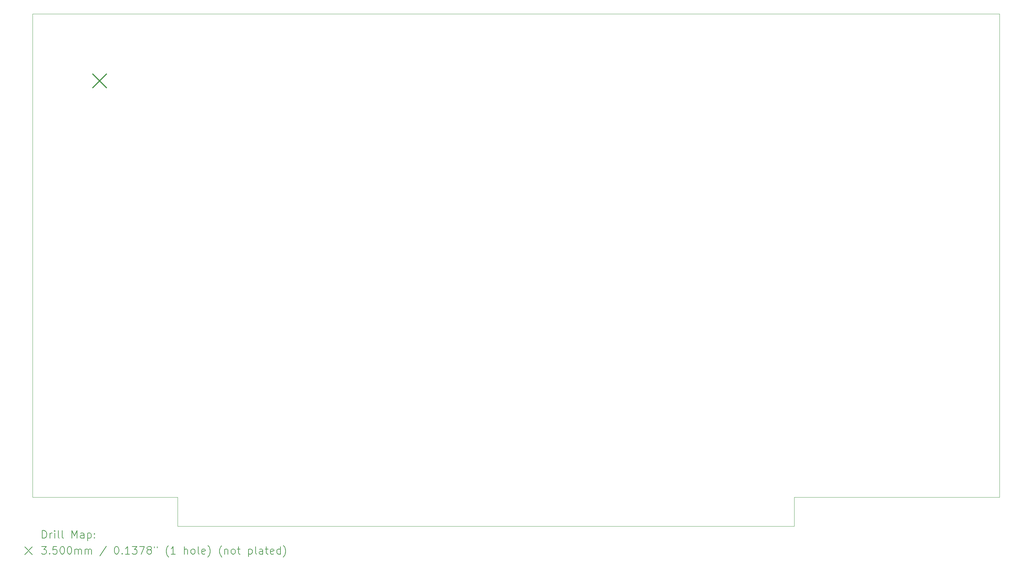
<source format=gbr>
%TF.GenerationSoftware,KiCad,Pcbnew,7.0.10*%
%TF.CreationDate,2024-03-23T14:15:11-04:00*%
%TF.ProjectId,MITS 88-2SIO,4d495453-2038-4382-9d32-53494f2e6b69,rev?*%
%TF.SameCoordinates,Original*%
%TF.FileFunction,Drillmap*%
%TF.FilePolarity,Positive*%
%FSLAX45Y45*%
G04 Gerber Fmt 4.5, Leading zero omitted, Abs format (unit mm)*
G04 Created by KiCad (PCBNEW 7.0.10) date 2024-03-23 14:15:11*
%MOMM*%
%LPD*%
G01*
G04 APERTURE LIST*
%ADD10C,0.100000*%
%ADD11C,0.200000*%
%ADD12C,0.350000*%
G04 APERTURE END LIST*
D10*
X22255000Y-15390000D02*
X27652500Y-15390000D01*
X27652500Y-2690000D02*
X27652500Y-15390000D01*
X2252500Y-2690000D02*
X27652500Y-2690000D01*
X22255000Y-15390000D02*
X22255000Y-16152000D01*
X6062500Y-16152000D02*
X22255000Y-16152000D01*
X2252500Y-2690000D02*
X2252500Y-15390000D01*
X6062500Y-15390000D02*
X6062500Y-16152000D01*
X2252500Y-15390000D02*
X6062500Y-15390000D01*
D11*
D12*
X3838200Y-4280400D02*
X4188200Y-4630400D01*
X4188200Y-4280400D02*
X3838200Y-4630400D01*
D11*
X2508277Y-16468484D02*
X2508277Y-16268484D01*
X2508277Y-16268484D02*
X2555896Y-16268484D01*
X2555896Y-16268484D02*
X2584467Y-16278008D01*
X2584467Y-16278008D02*
X2603515Y-16297055D01*
X2603515Y-16297055D02*
X2613039Y-16316103D01*
X2613039Y-16316103D02*
X2622563Y-16354198D01*
X2622563Y-16354198D02*
X2622563Y-16382769D01*
X2622563Y-16382769D02*
X2613039Y-16420865D01*
X2613039Y-16420865D02*
X2603515Y-16439912D01*
X2603515Y-16439912D02*
X2584467Y-16458960D01*
X2584467Y-16458960D02*
X2555896Y-16468484D01*
X2555896Y-16468484D02*
X2508277Y-16468484D01*
X2708277Y-16468484D02*
X2708277Y-16335150D01*
X2708277Y-16373246D02*
X2717801Y-16354198D01*
X2717801Y-16354198D02*
X2727324Y-16344674D01*
X2727324Y-16344674D02*
X2746372Y-16335150D01*
X2746372Y-16335150D02*
X2765420Y-16335150D01*
X2832086Y-16468484D02*
X2832086Y-16335150D01*
X2832086Y-16268484D02*
X2822562Y-16278008D01*
X2822562Y-16278008D02*
X2832086Y-16287531D01*
X2832086Y-16287531D02*
X2841610Y-16278008D01*
X2841610Y-16278008D02*
X2832086Y-16268484D01*
X2832086Y-16268484D02*
X2832086Y-16287531D01*
X2955896Y-16468484D02*
X2936848Y-16458960D01*
X2936848Y-16458960D02*
X2927324Y-16439912D01*
X2927324Y-16439912D02*
X2927324Y-16268484D01*
X3060658Y-16468484D02*
X3041610Y-16458960D01*
X3041610Y-16458960D02*
X3032086Y-16439912D01*
X3032086Y-16439912D02*
X3032086Y-16268484D01*
X3289229Y-16468484D02*
X3289229Y-16268484D01*
X3289229Y-16268484D02*
X3355896Y-16411341D01*
X3355896Y-16411341D02*
X3422562Y-16268484D01*
X3422562Y-16268484D02*
X3422562Y-16468484D01*
X3603515Y-16468484D02*
X3603515Y-16363722D01*
X3603515Y-16363722D02*
X3593991Y-16344674D01*
X3593991Y-16344674D02*
X3574943Y-16335150D01*
X3574943Y-16335150D02*
X3536848Y-16335150D01*
X3536848Y-16335150D02*
X3517801Y-16344674D01*
X3603515Y-16458960D02*
X3584467Y-16468484D01*
X3584467Y-16468484D02*
X3536848Y-16468484D01*
X3536848Y-16468484D02*
X3517801Y-16458960D01*
X3517801Y-16458960D02*
X3508277Y-16439912D01*
X3508277Y-16439912D02*
X3508277Y-16420865D01*
X3508277Y-16420865D02*
X3517801Y-16401817D01*
X3517801Y-16401817D02*
X3536848Y-16392293D01*
X3536848Y-16392293D02*
X3584467Y-16392293D01*
X3584467Y-16392293D02*
X3603515Y-16382769D01*
X3698753Y-16335150D02*
X3698753Y-16535150D01*
X3698753Y-16344674D02*
X3717801Y-16335150D01*
X3717801Y-16335150D02*
X3755896Y-16335150D01*
X3755896Y-16335150D02*
X3774943Y-16344674D01*
X3774943Y-16344674D02*
X3784467Y-16354198D01*
X3784467Y-16354198D02*
X3793991Y-16373246D01*
X3793991Y-16373246D02*
X3793991Y-16430388D01*
X3793991Y-16430388D02*
X3784467Y-16449436D01*
X3784467Y-16449436D02*
X3774943Y-16458960D01*
X3774943Y-16458960D02*
X3755896Y-16468484D01*
X3755896Y-16468484D02*
X3717801Y-16468484D01*
X3717801Y-16468484D02*
X3698753Y-16458960D01*
X3879705Y-16449436D02*
X3889229Y-16458960D01*
X3889229Y-16458960D02*
X3879705Y-16468484D01*
X3879705Y-16468484D02*
X3870182Y-16458960D01*
X3870182Y-16458960D02*
X3879705Y-16449436D01*
X3879705Y-16449436D02*
X3879705Y-16468484D01*
X3879705Y-16344674D02*
X3889229Y-16354198D01*
X3889229Y-16354198D02*
X3879705Y-16363722D01*
X3879705Y-16363722D02*
X3870182Y-16354198D01*
X3870182Y-16354198D02*
X3879705Y-16344674D01*
X3879705Y-16344674D02*
X3879705Y-16363722D01*
X2047500Y-16697000D02*
X2247500Y-16897000D01*
X2247500Y-16697000D02*
X2047500Y-16897000D01*
X2489229Y-16688484D02*
X2613039Y-16688484D01*
X2613039Y-16688484D02*
X2546372Y-16764674D01*
X2546372Y-16764674D02*
X2574944Y-16764674D01*
X2574944Y-16764674D02*
X2593991Y-16774198D01*
X2593991Y-16774198D02*
X2603515Y-16783722D01*
X2603515Y-16783722D02*
X2613039Y-16802770D01*
X2613039Y-16802770D02*
X2613039Y-16850389D01*
X2613039Y-16850389D02*
X2603515Y-16869436D01*
X2603515Y-16869436D02*
X2593991Y-16878960D01*
X2593991Y-16878960D02*
X2574944Y-16888484D01*
X2574944Y-16888484D02*
X2517801Y-16888484D01*
X2517801Y-16888484D02*
X2498753Y-16878960D01*
X2498753Y-16878960D02*
X2489229Y-16869436D01*
X2698753Y-16869436D02*
X2708277Y-16878960D01*
X2708277Y-16878960D02*
X2698753Y-16888484D01*
X2698753Y-16888484D02*
X2689229Y-16878960D01*
X2689229Y-16878960D02*
X2698753Y-16869436D01*
X2698753Y-16869436D02*
X2698753Y-16888484D01*
X2889229Y-16688484D02*
X2793991Y-16688484D01*
X2793991Y-16688484D02*
X2784467Y-16783722D01*
X2784467Y-16783722D02*
X2793991Y-16774198D01*
X2793991Y-16774198D02*
X2813039Y-16764674D01*
X2813039Y-16764674D02*
X2860658Y-16764674D01*
X2860658Y-16764674D02*
X2879705Y-16774198D01*
X2879705Y-16774198D02*
X2889229Y-16783722D01*
X2889229Y-16783722D02*
X2898753Y-16802770D01*
X2898753Y-16802770D02*
X2898753Y-16850389D01*
X2898753Y-16850389D02*
X2889229Y-16869436D01*
X2889229Y-16869436D02*
X2879705Y-16878960D01*
X2879705Y-16878960D02*
X2860658Y-16888484D01*
X2860658Y-16888484D02*
X2813039Y-16888484D01*
X2813039Y-16888484D02*
X2793991Y-16878960D01*
X2793991Y-16878960D02*
X2784467Y-16869436D01*
X3022562Y-16688484D02*
X3041610Y-16688484D01*
X3041610Y-16688484D02*
X3060658Y-16698008D01*
X3060658Y-16698008D02*
X3070182Y-16707531D01*
X3070182Y-16707531D02*
X3079705Y-16726579D01*
X3079705Y-16726579D02*
X3089229Y-16764674D01*
X3089229Y-16764674D02*
X3089229Y-16812293D01*
X3089229Y-16812293D02*
X3079705Y-16850389D01*
X3079705Y-16850389D02*
X3070182Y-16869436D01*
X3070182Y-16869436D02*
X3060658Y-16878960D01*
X3060658Y-16878960D02*
X3041610Y-16888484D01*
X3041610Y-16888484D02*
X3022562Y-16888484D01*
X3022562Y-16888484D02*
X3003515Y-16878960D01*
X3003515Y-16878960D02*
X2993991Y-16869436D01*
X2993991Y-16869436D02*
X2984467Y-16850389D01*
X2984467Y-16850389D02*
X2974943Y-16812293D01*
X2974943Y-16812293D02*
X2974943Y-16764674D01*
X2974943Y-16764674D02*
X2984467Y-16726579D01*
X2984467Y-16726579D02*
X2993991Y-16707531D01*
X2993991Y-16707531D02*
X3003515Y-16698008D01*
X3003515Y-16698008D02*
X3022562Y-16688484D01*
X3213039Y-16688484D02*
X3232086Y-16688484D01*
X3232086Y-16688484D02*
X3251134Y-16698008D01*
X3251134Y-16698008D02*
X3260658Y-16707531D01*
X3260658Y-16707531D02*
X3270182Y-16726579D01*
X3270182Y-16726579D02*
X3279705Y-16764674D01*
X3279705Y-16764674D02*
X3279705Y-16812293D01*
X3279705Y-16812293D02*
X3270182Y-16850389D01*
X3270182Y-16850389D02*
X3260658Y-16869436D01*
X3260658Y-16869436D02*
X3251134Y-16878960D01*
X3251134Y-16878960D02*
X3232086Y-16888484D01*
X3232086Y-16888484D02*
X3213039Y-16888484D01*
X3213039Y-16888484D02*
X3193991Y-16878960D01*
X3193991Y-16878960D02*
X3184467Y-16869436D01*
X3184467Y-16869436D02*
X3174943Y-16850389D01*
X3174943Y-16850389D02*
X3165420Y-16812293D01*
X3165420Y-16812293D02*
X3165420Y-16764674D01*
X3165420Y-16764674D02*
X3174943Y-16726579D01*
X3174943Y-16726579D02*
X3184467Y-16707531D01*
X3184467Y-16707531D02*
X3193991Y-16698008D01*
X3193991Y-16698008D02*
X3213039Y-16688484D01*
X3365420Y-16888484D02*
X3365420Y-16755150D01*
X3365420Y-16774198D02*
X3374943Y-16764674D01*
X3374943Y-16764674D02*
X3393991Y-16755150D01*
X3393991Y-16755150D02*
X3422563Y-16755150D01*
X3422563Y-16755150D02*
X3441610Y-16764674D01*
X3441610Y-16764674D02*
X3451134Y-16783722D01*
X3451134Y-16783722D02*
X3451134Y-16888484D01*
X3451134Y-16783722D02*
X3460658Y-16764674D01*
X3460658Y-16764674D02*
X3479705Y-16755150D01*
X3479705Y-16755150D02*
X3508277Y-16755150D01*
X3508277Y-16755150D02*
X3527324Y-16764674D01*
X3527324Y-16764674D02*
X3536848Y-16783722D01*
X3536848Y-16783722D02*
X3536848Y-16888484D01*
X3632086Y-16888484D02*
X3632086Y-16755150D01*
X3632086Y-16774198D02*
X3641610Y-16764674D01*
X3641610Y-16764674D02*
X3660658Y-16755150D01*
X3660658Y-16755150D02*
X3689229Y-16755150D01*
X3689229Y-16755150D02*
X3708277Y-16764674D01*
X3708277Y-16764674D02*
X3717801Y-16783722D01*
X3717801Y-16783722D02*
X3717801Y-16888484D01*
X3717801Y-16783722D02*
X3727324Y-16764674D01*
X3727324Y-16764674D02*
X3746372Y-16755150D01*
X3746372Y-16755150D02*
X3774943Y-16755150D01*
X3774943Y-16755150D02*
X3793991Y-16764674D01*
X3793991Y-16764674D02*
X3803515Y-16783722D01*
X3803515Y-16783722D02*
X3803515Y-16888484D01*
X4193991Y-16678960D02*
X4022563Y-16936103D01*
X4451134Y-16688484D02*
X4470182Y-16688484D01*
X4470182Y-16688484D02*
X4489229Y-16698008D01*
X4489229Y-16698008D02*
X4498753Y-16707531D01*
X4498753Y-16707531D02*
X4508277Y-16726579D01*
X4508277Y-16726579D02*
X4517801Y-16764674D01*
X4517801Y-16764674D02*
X4517801Y-16812293D01*
X4517801Y-16812293D02*
X4508277Y-16850389D01*
X4508277Y-16850389D02*
X4498753Y-16869436D01*
X4498753Y-16869436D02*
X4489229Y-16878960D01*
X4489229Y-16878960D02*
X4470182Y-16888484D01*
X4470182Y-16888484D02*
X4451134Y-16888484D01*
X4451134Y-16888484D02*
X4432087Y-16878960D01*
X4432087Y-16878960D02*
X4422563Y-16869436D01*
X4422563Y-16869436D02*
X4413039Y-16850389D01*
X4413039Y-16850389D02*
X4403515Y-16812293D01*
X4403515Y-16812293D02*
X4403515Y-16764674D01*
X4403515Y-16764674D02*
X4413039Y-16726579D01*
X4413039Y-16726579D02*
X4422563Y-16707531D01*
X4422563Y-16707531D02*
X4432087Y-16698008D01*
X4432087Y-16698008D02*
X4451134Y-16688484D01*
X4603515Y-16869436D02*
X4613039Y-16878960D01*
X4613039Y-16878960D02*
X4603515Y-16888484D01*
X4603515Y-16888484D02*
X4593991Y-16878960D01*
X4593991Y-16878960D02*
X4603515Y-16869436D01*
X4603515Y-16869436D02*
X4603515Y-16888484D01*
X4803515Y-16888484D02*
X4689229Y-16888484D01*
X4746372Y-16888484D02*
X4746372Y-16688484D01*
X4746372Y-16688484D02*
X4727325Y-16717055D01*
X4727325Y-16717055D02*
X4708277Y-16736103D01*
X4708277Y-16736103D02*
X4689229Y-16745627D01*
X4870182Y-16688484D02*
X4993991Y-16688484D01*
X4993991Y-16688484D02*
X4927325Y-16764674D01*
X4927325Y-16764674D02*
X4955896Y-16764674D01*
X4955896Y-16764674D02*
X4974944Y-16774198D01*
X4974944Y-16774198D02*
X4984468Y-16783722D01*
X4984468Y-16783722D02*
X4993991Y-16802770D01*
X4993991Y-16802770D02*
X4993991Y-16850389D01*
X4993991Y-16850389D02*
X4984468Y-16869436D01*
X4984468Y-16869436D02*
X4974944Y-16878960D01*
X4974944Y-16878960D02*
X4955896Y-16888484D01*
X4955896Y-16888484D02*
X4898753Y-16888484D01*
X4898753Y-16888484D02*
X4879706Y-16878960D01*
X4879706Y-16878960D02*
X4870182Y-16869436D01*
X5060658Y-16688484D02*
X5193991Y-16688484D01*
X5193991Y-16688484D02*
X5108277Y-16888484D01*
X5298753Y-16774198D02*
X5279706Y-16764674D01*
X5279706Y-16764674D02*
X5270182Y-16755150D01*
X5270182Y-16755150D02*
X5260658Y-16736103D01*
X5260658Y-16736103D02*
X5260658Y-16726579D01*
X5260658Y-16726579D02*
X5270182Y-16707531D01*
X5270182Y-16707531D02*
X5279706Y-16698008D01*
X5279706Y-16698008D02*
X5298753Y-16688484D01*
X5298753Y-16688484D02*
X5336849Y-16688484D01*
X5336849Y-16688484D02*
X5355896Y-16698008D01*
X5355896Y-16698008D02*
X5365420Y-16707531D01*
X5365420Y-16707531D02*
X5374944Y-16726579D01*
X5374944Y-16726579D02*
X5374944Y-16736103D01*
X5374944Y-16736103D02*
X5365420Y-16755150D01*
X5365420Y-16755150D02*
X5355896Y-16764674D01*
X5355896Y-16764674D02*
X5336849Y-16774198D01*
X5336849Y-16774198D02*
X5298753Y-16774198D01*
X5298753Y-16774198D02*
X5279706Y-16783722D01*
X5279706Y-16783722D02*
X5270182Y-16793246D01*
X5270182Y-16793246D02*
X5260658Y-16812293D01*
X5260658Y-16812293D02*
X5260658Y-16850389D01*
X5260658Y-16850389D02*
X5270182Y-16869436D01*
X5270182Y-16869436D02*
X5279706Y-16878960D01*
X5279706Y-16878960D02*
X5298753Y-16888484D01*
X5298753Y-16888484D02*
X5336849Y-16888484D01*
X5336849Y-16888484D02*
X5355896Y-16878960D01*
X5355896Y-16878960D02*
X5365420Y-16869436D01*
X5365420Y-16869436D02*
X5374944Y-16850389D01*
X5374944Y-16850389D02*
X5374944Y-16812293D01*
X5374944Y-16812293D02*
X5365420Y-16793246D01*
X5365420Y-16793246D02*
X5355896Y-16783722D01*
X5355896Y-16783722D02*
X5336849Y-16774198D01*
X5451134Y-16688484D02*
X5451134Y-16726579D01*
X5527325Y-16688484D02*
X5527325Y-16726579D01*
X5822563Y-16964674D02*
X5813039Y-16955150D01*
X5813039Y-16955150D02*
X5793991Y-16926579D01*
X5793991Y-16926579D02*
X5784468Y-16907531D01*
X5784468Y-16907531D02*
X5774944Y-16878960D01*
X5774944Y-16878960D02*
X5765420Y-16831341D01*
X5765420Y-16831341D02*
X5765420Y-16793246D01*
X5765420Y-16793246D02*
X5774944Y-16745627D01*
X5774944Y-16745627D02*
X5784468Y-16717055D01*
X5784468Y-16717055D02*
X5793991Y-16698008D01*
X5793991Y-16698008D02*
X5813039Y-16669436D01*
X5813039Y-16669436D02*
X5822563Y-16659912D01*
X6003515Y-16888484D02*
X5889229Y-16888484D01*
X5946372Y-16888484D02*
X5946372Y-16688484D01*
X5946372Y-16688484D02*
X5927325Y-16717055D01*
X5927325Y-16717055D02*
X5908277Y-16736103D01*
X5908277Y-16736103D02*
X5889229Y-16745627D01*
X6241610Y-16888484D02*
X6241610Y-16688484D01*
X6327325Y-16888484D02*
X6327325Y-16783722D01*
X6327325Y-16783722D02*
X6317801Y-16764674D01*
X6317801Y-16764674D02*
X6298753Y-16755150D01*
X6298753Y-16755150D02*
X6270182Y-16755150D01*
X6270182Y-16755150D02*
X6251134Y-16764674D01*
X6251134Y-16764674D02*
X6241610Y-16774198D01*
X6451134Y-16888484D02*
X6432087Y-16878960D01*
X6432087Y-16878960D02*
X6422563Y-16869436D01*
X6422563Y-16869436D02*
X6413039Y-16850389D01*
X6413039Y-16850389D02*
X6413039Y-16793246D01*
X6413039Y-16793246D02*
X6422563Y-16774198D01*
X6422563Y-16774198D02*
X6432087Y-16764674D01*
X6432087Y-16764674D02*
X6451134Y-16755150D01*
X6451134Y-16755150D02*
X6479706Y-16755150D01*
X6479706Y-16755150D02*
X6498753Y-16764674D01*
X6498753Y-16764674D02*
X6508277Y-16774198D01*
X6508277Y-16774198D02*
X6517801Y-16793246D01*
X6517801Y-16793246D02*
X6517801Y-16850389D01*
X6517801Y-16850389D02*
X6508277Y-16869436D01*
X6508277Y-16869436D02*
X6498753Y-16878960D01*
X6498753Y-16878960D02*
X6479706Y-16888484D01*
X6479706Y-16888484D02*
X6451134Y-16888484D01*
X6632087Y-16888484D02*
X6613039Y-16878960D01*
X6613039Y-16878960D02*
X6603515Y-16859912D01*
X6603515Y-16859912D02*
X6603515Y-16688484D01*
X6784468Y-16878960D02*
X6765420Y-16888484D01*
X6765420Y-16888484D02*
X6727325Y-16888484D01*
X6727325Y-16888484D02*
X6708277Y-16878960D01*
X6708277Y-16878960D02*
X6698753Y-16859912D01*
X6698753Y-16859912D02*
X6698753Y-16783722D01*
X6698753Y-16783722D02*
X6708277Y-16764674D01*
X6708277Y-16764674D02*
X6727325Y-16755150D01*
X6727325Y-16755150D02*
X6765420Y-16755150D01*
X6765420Y-16755150D02*
X6784468Y-16764674D01*
X6784468Y-16764674D02*
X6793991Y-16783722D01*
X6793991Y-16783722D02*
X6793991Y-16802770D01*
X6793991Y-16802770D02*
X6698753Y-16821817D01*
X6860658Y-16964674D02*
X6870182Y-16955150D01*
X6870182Y-16955150D02*
X6889230Y-16926579D01*
X6889230Y-16926579D02*
X6898753Y-16907531D01*
X6898753Y-16907531D02*
X6908277Y-16878960D01*
X6908277Y-16878960D02*
X6917801Y-16831341D01*
X6917801Y-16831341D02*
X6917801Y-16793246D01*
X6917801Y-16793246D02*
X6908277Y-16745627D01*
X6908277Y-16745627D02*
X6898753Y-16717055D01*
X6898753Y-16717055D02*
X6889230Y-16698008D01*
X6889230Y-16698008D02*
X6870182Y-16669436D01*
X6870182Y-16669436D02*
X6860658Y-16659912D01*
X7222563Y-16964674D02*
X7213039Y-16955150D01*
X7213039Y-16955150D02*
X7193991Y-16926579D01*
X7193991Y-16926579D02*
X7184468Y-16907531D01*
X7184468Y-16907531D02*
X7174944Y-16878960D01*
X7174944Y-16878960D02*
X7165420Y-16831341D01*
X7165420Y-16831341D02*
X7165420Y-16793246D01*
X7165420Y-16793246D02*
X7174944Y-16745627D01*
X7174944Y-16745627D02*
X7184468Y-16717055D01*
X7184468Y-16717055D02*
X7193991Y-16698008D01*
X7193991Y-16698008D02*
X7213039Y-16669436D01*
X7213039Y-16669436D02*
X7222563Y-16659912D01*
X7298753Y-16755150D02*
X7298753Y-16888484D01*
X7298753Y-16774198D02*
X7308277Y-16764674D01*
X7308277Y-16764674D02*
X7327325Y-16755150D01*
X7327325Y-16755150D02*
X7355896Y-16755150D01*
X7355896Y-16755150D02*
X7374944Y-16764674D01*
X7374944Y-16764674D02*
X7384468Y-16783722D01*
X7384468Y-16783722D02*
X7384468Y-16888484D01*
X7508277Y-16888484D02*
X7489230Y-16878960D01*
X7489230Y-16878960D02*
X7479706Y-16869436D01*
X7479706Y-16869436D02*
X7470182Y-16850389D01*
X7470182Y-16850389D02*
X7470182Y-16793246D01*
X7470182Y-16793246D02*
X7479706Y-16774198D01*
X7479706Y-16774198D02*
X7489230Y-16764674D01*
X7489230Y-16764674D02*
X7508277Y-16755150D01*
X7508277Y-16755150D02*
X7536849Y-16755150D01*
X7536849Y-16755150D02*
X7555896Y-16764674D01*
X7555896Y-16764674D02*
X7565420Y-16774198D01*
X7565420Y-16774198D02*
X7574944Y-16793246D01*
X7574944Y-16793246D02*
X7574944Y-16850389D01*
X7574944Y-16850389D02*
X7565420Y-16869436D01*
X7565420Y-16869436D02*
X7555896Y-16878960D01*
X7555896Y-16878960D02*
X7536849Y-16888484D01*
X7536849Y-16888484D02*
X7508277Y-16888484D01*
X7632087Y-16755150D02*
X7708277Y-16755150D01*
X7660658Y-16688484D02*
X7660658Y-16859912D01*
X7660658Y-16859912D02*
X7670182Y-16878960D01*
X7670182Y-16878960D02*
X7689230Y-16888484D01*
X7689230Y-16888484D02*
X7708277Y-16888484D01*
X7927325Y-16755150D02*
X7927325Y-16955150D01*
X7927325Y-16764674D02*
X7946372Y-16755150D01*
X7946372Y-16755150D02*
X7984468Y-16755150D01*
X7984468Y-16755150D02*
X8003515Y-16764674D01*
X8003515Y-16764674D02*
X8013039Y-16774198D01*
X8013039Y-16774198D02*
X8022563Y-16793246D01*
X8022563Y-16793246D02*
X8022563Y-16850389D01*
X8022563Y-16850389D02*
X8013039Y-16869436D01*
X8013039Y-16869436D02*
X8003515Y-16878960D01*
X8003515Y-16878960D02*
X7984468Y-16888484D01*
X7984468Y-16888484D02*
X7946372Y-16888484D01*
X7946372Y-16888484D02*
X7927325Y-16878960D01*
X8136849Y-16888484D02*
X8117801Y-16878960D01*
X8117801Y-16878960D02*
X8108277Y-16859912D01*
X8108277Y-16859912D02*
X8108277Y-16688484D01*
X8298753Y-16888484D02*
X8298753Y-16783722D01*
X8298753Y-16783722D02*
X8289230Y-16764674D01*
X8289230Y-16764674D02*
X8270182Y-16755150D01*
X8270182Y-16755150D02*
X8232087Y-16755150D01*
X8232087Y-16755150D02*
X8213039Y-16764674D01*
X8298753Y-16878960D02*
X8279706Y-16888484D01*
X8279706Y-16888484D02*
X8232087Y-16888484D01*
X8232087Y-16888484D02*
X8213039Y-16878960D01*
X8213039Y-16878960D02*
X8203515Y-16859912D01*
X8203515Y-16859912D02*
X8203515Y-16840865D01*
X8203515Y-16840865D02*
X8213039Y-16821817D01*
X8213039Y-16821817D02*
X8232087Y-16812293D01*
X8232087Y-16812293D02*
X8279706Y-16812293D01*
X8279706Y-16812293D02*
X8298753Y-16802770D01*
X8365420Y-16755150D02*
X8441611Y-16755150D01*
X8393992Y-16688484D02*
X8393992Y-16859912D01*
X8393992Y-16859912D02*
X8403515Y-16878960D01*
X8403515Y-16878960D02*
X8422563Y-16888484D01*
X8422563Y-16888484D02*
X8441611Y-16888484D01*
X8584468Y-16878960D02*
X8565420Y-16888484D01*
X8565420Y-16888484D02*
X8527325Y-16888484D01*
X8527325Y-16888484D02*
X8508277Y-16878960D01*
X8508277Y-16878960D02*
X8498754Y-16859912D01*
X8498754Y-16859912D02*
X8498754Y-16783722D01*
X8498754Y-16783722D02*
X8508277Y-16764674D01*
X8508277Y-16764674D02*
X8527325Y-16755150D01*
X8527325Y-16755150D02*
X8565420Y-16755150D01*
X8565420Y-16755150D02*
X8584468Y-16764674D01*
X8584468Y-16764674D02*
X8593992Y-16783722D01*
X8593992Y-16783722D02*
X8593992Y-16802770D01*
X8593992Y-16802770D02*
X8498754Y-16821817D01*
X8765420Y-16888484D02*
X8765420Y-16688484D01*
X8765420Y-16878960D02*
X8746373Y-16888484D01*
X8746373Y-16888484D02*
X8708277Y-16888484D01*
X8708277Y-16888484D02*
X8689230Y-16878960D01*
X8689230Y-16878960D02*
X8679706Y-16869436D01*
X8679706Y-16869436D02*
X8670182Y-16850389D01*
X8670182Y-16850389D02*
X8670182Y-16793246D01*
X8670182Y-16793246D02*
X8679706Y-16774198D01*
X8679706Y-16774198D02*
X8689230Y-16764674D01*
X8689230Y-16764674D02*
X8708277Y-16755150D01*
X8708277Y-16755150D02*
X8746373Y-16755150D01*
X8746373Y-16755150D02*
X8765420Y-16764674D01*
X8841611Y-16964674D02*
X8851135Y-16955150D01*
X8851135Y-16955150D02*
X8870182Y-16926579D01*
X8870182Y-16926579D02*
X8879706Y-16907531D01*
X8879706Y-16907531D02*
X8889230Y-16878960D01*
X8889230Y-16878960D02*
X8898754Y-16831341D01*
X8898754Y-16831341D02*
X8898754Y-16793246D01*
X8898754Y-16793246D02*
X8889230Y-16745627D01*
X8889230Y-16745627D02*
X8879706Y-16717055D01*
X8879706Y-16717055D02*
X8870182Y-16698008D01*
X8870182Y-16698008D02*
X8851135Y-16669436D01*
X8851135Y-16669436D02*
X8841611Y-16659912D01*
M02*

</source>
